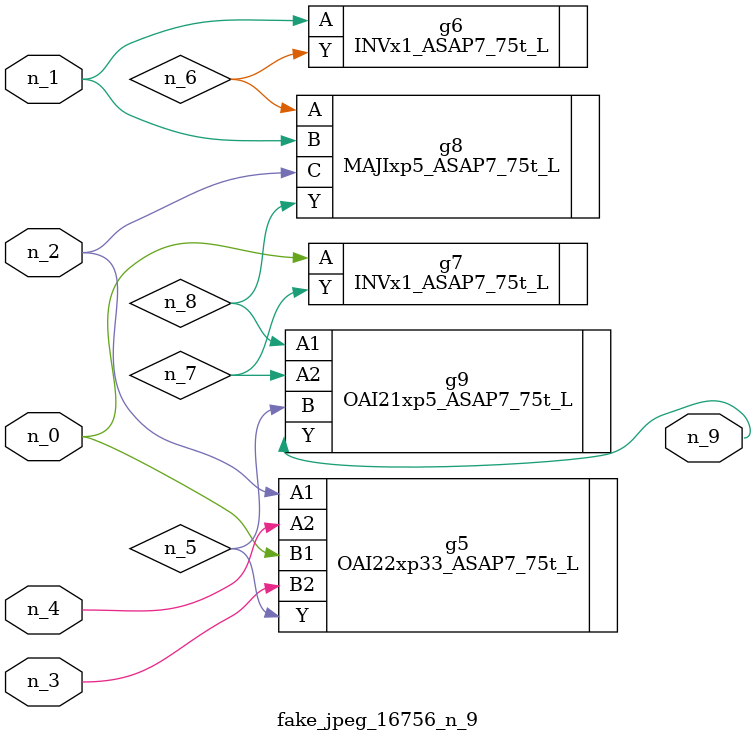
<source format=v>
module fake_jpeg_16756_n_9 (n_3, n_2, n_1, n_0, n_4, n_9);

input n_3;
input n_2;
input n_1;
input n_0;
input n_4;

output n_9;

wire n_8;
wire n_6;
wire n_5;
wire n_7;

OAI22xp33_ASAP7_75t_L g5 ( 
.A1(n_2),
.A2(n_4),
.B1(n_0),
.B2(n_3),
.Y(n_5)
);

INVx1_ASAP7_75t_L g6 ( 
.A(n_1),
.Y(n_6)
);

INVx1_ASAP7_75t_L g7 ( 
.A(n_0),
.Y(n_7)
);

MAJIxp5_ASAP7_75t_L g8 ( 
.A(n_6),
.B(n_1),
.C(n_2),
.Y(n_8)
);

OAI21xp5_ASAP7_75t_L g9 ( 
.A1(n_8),
.A2(n_7),
.B(n_5),
.Y(n_9)
);


endmodule
</source>
